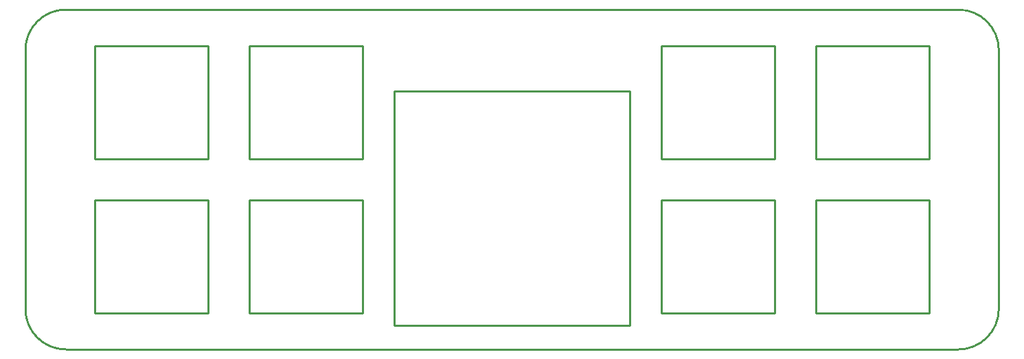
<source format=gbr>
%TF.GenerationSoftware,KiCad,Pcbnew,(6.0.0)*%
%TF.CreationDate,2022-03-13T18:56:33+01:00*%
%TF.ProjectId,switchplate,73776974-6368-4706-9c61-74652e6b6963,rev?*%
%TF.SameCoordinates,Original*%
%TF.FileFunction,Profile,NP*%
%FSLAX46Y46*%
G04 Gerber Fmt 4.6, Leading zero omitted, Abs format (unit mm)*
G04 Created by KiCad (PCBNEW (6.0.0)) date 2022-03-13 18:56:33*
%MOMM*%
%LPD*%
G01*
G04 APERTURE LIST*
%TA.AperFunction,Profile*%
%ADD10C,0.250000*%
%TD*%
G04 APERTURE END LIST*
D10*
X95510000Y-76805000D02*
G75*
G03*
X90510000Y-81805000I0J-5000000D01*
G01*
X210510000Y-81805000D02*
G75*
G03*
X205510000Y-76805000I-5000000J0D01*
G01*
X90510000Y-113805000D02*
G75*
G03*
X95510000Y-118805000I5000000J0D01*
G01*
X205510000Y-118805000D02*
G75*
G03*
X210510000Y-113805000I0J5000000D01*
G01*
X165010000Y-115845000D02*
X165010000Y-86845000D01*
X136010000Y-115845000D02*
X165010000Y-115845000D01*
X136010000Y-86845000D02*
X136010000Y-115845000D01*
X165010000Y-86845000D02*
X136010000Y-86845000D01*
X168910000Y-81280000D02*
X168910000Y-95280000D01*
X182910000Y-81280000D02*
X168910000Y-81280000D01*
X182910000Y-95280000D02*
X182910000Y-81280000D01*
X168910000Y-95280000D02*
X182910000Y-95280000D01*
X118110000Y-100330000D02*
X118110000Y-114330000D01*
X132110000Y-100330000D02*
X118110000Y-100330000D01*
X132110000Y-114330000D02*
X132110000Y-100330000D01*
X118110000Y-114330000D02*
X132110000Y-114330000D01*
X118110000Y-81280000D02*
X118110000Y-95280000D01*
X132110000Y-81280000D02*
X118110000Y-81280000D01*
X132110000Y-95280000D02*
X132110000Y-81280000D01*
X118110000Y-95280000D02*
X132110000Y-95280000D01*
X99060000Y-100330000D02*
X99060000Y-114330000D01*
X113060000Y-100330000D02*
X99060000Y-100330000D01*
X113060000Y-114330000D02*
X113060000Y-100330000D01*
X99060000Y-114330000D02*
X113060000Y-114330000D01*
X187960000Y-100330000D02*
X187960000Y-114330000D01*
X201960000Y-100330000D02*
X187960000Y-100330000D01*
X201960000Y-114330000D02*
X201960000Y-100330000D01*
X187960000Y-114330000D02*
X201960000Y-114330000D01*
X187960000Y-81280000D02*
X187960000Y-95280000D01*
X201960000Y-81280000D02*
X187960000Y-81280000D01*
X201960000Y-95280000D02*
X201960000Y-81280000D01*
X187960000Y-95280000D02*
X201960000Y-95280000D01*
X168910000Y-100330000D02*
X168910000Y-114330000D01*
X182910000Y-100330000D02*
X168910000Y-100330000D01*
X182910000Y-114330000D02*
X182910000Y-100330000D01*
X168910000Y-114330000D02*
X182910000Y-114330000D01*
X99060000Y-81280000D02*
X99060000Y-95280000D01*
X113060000Y-81280000D02*
X99060000Y-81280000D01*
X113060000Y-95280000D02*
X113060000Y-81280000D01*
X99060000Y-95280000D02*
X113060000Y-95280000D01*
X95510000Y-118805000D02*
X205510000Y-118805000D01*
X210510000Y-113805000D02*
X210510000Y-81805000D01*
X205510000Y-76805000D02*
X95510000Y-76805000D01*
X90510000Y-81805000D02*
X90510000Y-113805000D01*
M02*

</source>
